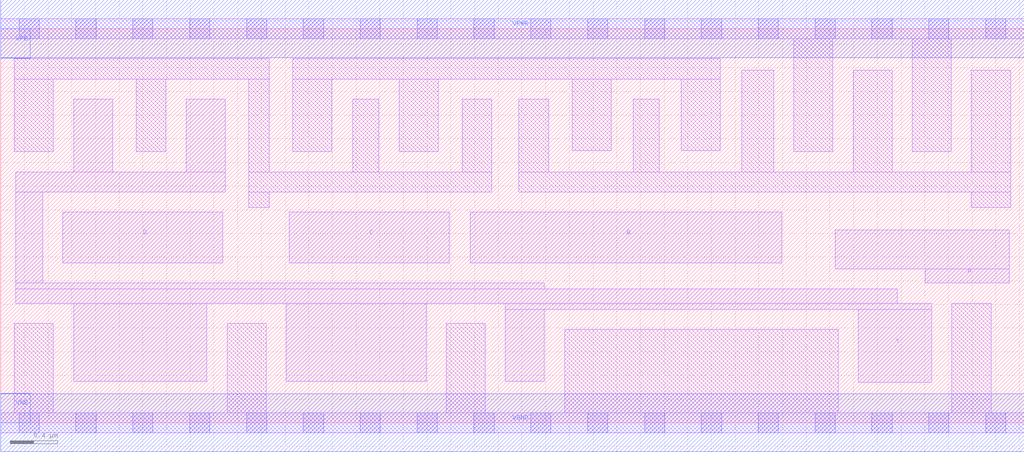
<source format=lef>
# Copyright 2020 The SkyWater PDK Authors
#
# Licensed under the Apache License, Version 2.0 (the "License");
# you may not use this file except in compliance with the License.
# You may obtain a copy of the License at
#
#     https://www.apache.org/licenses/LICENSE-2.0
#
# Unless required by applicable law or agreed to in writing, software
# distributed under the License is distributed on an "AS IS" BASIS,
# WITHOUT WARRANTIES OR CONDITIONS OF ANY KIND, either express or implied.
# See the License for the specific language governing permissions and
# limitations under the License.
#
# SPDX-License-Identifier: Apache-2.0

VERSION 5.5 ;
NAMESCASESENSITIVE ON ;
BUSBITCHARS "[]" ;
DIVIDERCHAR "/" ;
MACRO sky130_fd_sc_ms__nor4_4
  CLASS CORE ;
  SOURCE USER ;
  ORIGIN  0.000000  0.000000 ;
  SIZE  8.640000 BY  3.330000 ;
  SYMMETRY X Y ;
  SITE unit ;
  PIN A
    ANTENNAGATEAREA  0.894000 ;
    DIRECTION INPUT ;
    USE SIGNAL ;
    PORT
      LAYER li1 ;
        RECT 7.045000 1.300000 8.515000 1.630000 ;
        RECT 7.805000 1.180000 8.515000 1.300000 ;
    END
  END A
  PIN B
    ANTENNAGATEAREA  0.894000 ;
    DIRECTION INPUT ;
    USE SIGNAL ;
    PORT
      LAYER li1 ;
        RECT 3.965000 1.350000 6.595000 1.780000 ;
    END
  END B
  PIN C
    ANTENNAGATEAREA  0.894000 ;
    DIRECTION INPUT ;
    USE SIGNAL ;
    PORT
      LAYER li1 ;
        RECT 2.435000 1.350000 3.785000 1.780000 ;
    END
  END C
  PIN D
    ANTENNAGATEAREA  0.894000 ;
    DIRECTION INPUT ;
    USE SIGNAL ;
    PORT
      LAYER li1 ;
        RECT 0.525000 1.350000 1.875000 1.780000 ;
    END
  END D
  PIN Y
    ANTENNADIFFAREA  3.214400 ;
    DIRECTION OUTPUT ;
    USE SIGNAL ;
    PORT
      LAYER li1 ;
        RECT 0.125000 1.010000 7.570000 1.130000 ;
        RECT 0.125000 1.130000 4.590000 1.180000 ;
        RECT 0.125000 1.180000 0.355000 1.950000 ;
        RECT 0.125000 1.950000 1.895000 2.120000 ;
        RECT 0.615000 0.350000 1.740000 1.010000 ;
        RECT 0.615000 2.120000 0.945000 2.735000 ;
        RECT 1.565000 2.120000 1.895000 2.735000 ;
        RECT 2.410000 0.350000 3.590000 1.010000 ;
        RECT 4.260000 0.350000 4.590000 0.960000 ;
        RECT 4.260000 0.960000 7.860000 1.010000 ;
        RECT 7.240000 0.340000 7.860000 0.960000 ;
    END
  END Y
  PIN VGND
    DIRECTION INOUT ;
    USE GROUND ;
    PORT
      LAYER met1 ;
        RECT 0.000000 -0.245000 8.640000 0.245000 ;
    END
  END VGND
  PIN VNB
    DIRECTION INOUT ;
    USE GROUND ;
    PORT
      LAYER met1 ;
        RECT 0.000000 0.000000 0.250000 0.250000 ;
    END
  END VNB
  PIN VPB
    DIRECTION INOUT ;
    USE POWER ;
    PORT
      LAYER met1 ;
        RECT 0.000000 3.080000 0.250000 3.330000 ;
    END
  END VPB
  PIN VPWR
    DIRECTION INOUT ;
    USE POWER ;
    PORT
      LAYER met1 ;
        RECT 0.000000 3.085000 8.640000 3.575000 ;
    END
  END VPWR
  OBS
    LAYER li1 ;
      RECT 0.000000 -0.085000 8.640000 0.085000 ;
      RECT 0.000000  3.245000 8.640000 3.415000 ;
      RECT 0.115000  0.085000 0.445000 0.840000 ;
      RECT 0.115000  2.290000 0.445000 2.905000 ;
      RECT 0.115000  2.905000 2.265000 3.075000 ;
      RECT 1.145000  2.290000 1.395000 2.905000 ;
      RECT 1.910000  0.085000 2.240000 0.840000 ;
      RECT 2.095000  1.820000 2.265000 1.950000 ;
      RECT 2.095000  1.950000 4.145000 2.120000 ;
      RECT 2.095000  2.120000 2.265000 2.905000 ;
      RECT 2.465000  2.290000 2.795000 2.905000 ;
      RECT 2.465000  2.905000 6.075000 3.075000 ;
      RECT 2.970000  2.120000 3.190000 2.735000 ;
      RECT 3.365000  2.290000 3.695000 2.905000 ;
      RECT 3.760000  0.085000 4.090000 0.840000 ;
      RECT 3.895000  2.120000 4.145000 2.735000 ;
      RECT 4.375000  1.950000 8.525000 2.120000 ;
      RECT 4.375000  2.120000 4.625000 2.735000 ;
      RECT 4.760000  0.085000 7.070000 0.790000 ;
      RECT 4.825000  2.300000 5.155000 2.905000 ;
      RECT 5.340000  2.120000 5.560000 2.735000 ;
      RECT 5.745000  2.300000 6.075000 2.905000 ;
      RECT 6.255000  2.120000 6.525000 2.980000 ;
      RECT 6.695000  2.290000 7.025000 3.245000 ;
      RECT 7.195000  2.120000 7.525000 2.980000 ;
      RECT 7.695000  2.290000 8.025000 3.245000 ;
      RECT 8.030000  0.085000 8.360000 1.010000 ;
      RECT 8.195000  1.820000 8.525000 1.950000 ;
      RECT 8.195000  2.120000 8.525000 2.980000 ;
    LAYER mcon ;
      RECT 0.155000 -0.085000 0.325000 0.085000 ;
      RECT 0.155000  3.245000 0.325000 3.415000 ;
      RECT 0.635000 -0.085000 0.805000 0.085000 ;
      RECT 0.635000  3.245000 0.805000 3.415000 ;
      RECT 1.115000 -0.085000 1.285000 0.085000 ;
      RECT 1.115000  3.245000 1.285000 3.415000 ;
      RECT 1.595000 -0.085000 1.765000 0.085000 ;
      RECT 1.595000  3.245000 1.765000 3.415000 ;
      RECT 2.075000 -0.085000 2.245000 0.085000 ;
      RECT 2.075000  3.245000 2.245000 3.415000 ;
      RECT 2.555000 -0.085000 2.725000 0.085000 ;
      RECT 2.555000  3.245000 2.725000 3.415000 ;
      RECT 3.035000 -0.085000 3.205000 0.085000 ;
      RECT 3.035000  3.245000 3.205000 3.415000 ;
      RECT 3.515000 -0.085000 3.685000 0.085000 ;
      RECT 3.515000  3.245000 3.685000 3.415000 ;
      RECT 3.995000 -0.085000 4.165000 0.085000 ;
      RECT 3.995000  3.245000 4.165000 3.415000 ;
      RECT 4.475000 -0.085000 4.645000 0.085000 ;
      RECT 4.475000  3.245000 4.645000 3.415000 ;
      RECT 4.955000 -0.085000 5.125000 0.085000 ;
      RECT 4.955000  3.245000 5.125000 3.415000 ;
      RECT 5.435000 -0.085000 5.605000 0.085000 ;
      RECT 5.435000  3.245000 5.605000 3.415000 ;
      RECT 5.915000 -0.085000 6.085000 0.085000 ;
      RECT 5.915000  3.245000 6.085000 3.415000 ;
      RECT 6.395000 -0.085000 6.565000 0.085000 ;
      RECT 6.395000  3.245000 6.565000 3.415000 ;
      RECT 6.875000 -0.085000 7.045000 0.085000 ;
      RECT 6.875000  3.245000 7.045000 3.415000 ;
      RECT 7.355000 -0.085000 7.525000 0.085000 ;
      RECT 7.355000  3.245000 7.525000 3.415000 ;
      RECT 7.835000 -0.085000 8.005000 0.085000 ;
      RECT 7.835000  3.245000 8.005000 3.415000 ;
      RECT 8.315000 -0.085000 8.485000 0.085000 ;
      RECT 8.315000  3.245000 8.485000 3.415000 ;
  END
END sky130_fd_sc_ms__nor4_4
END LIBRARY

</source>
